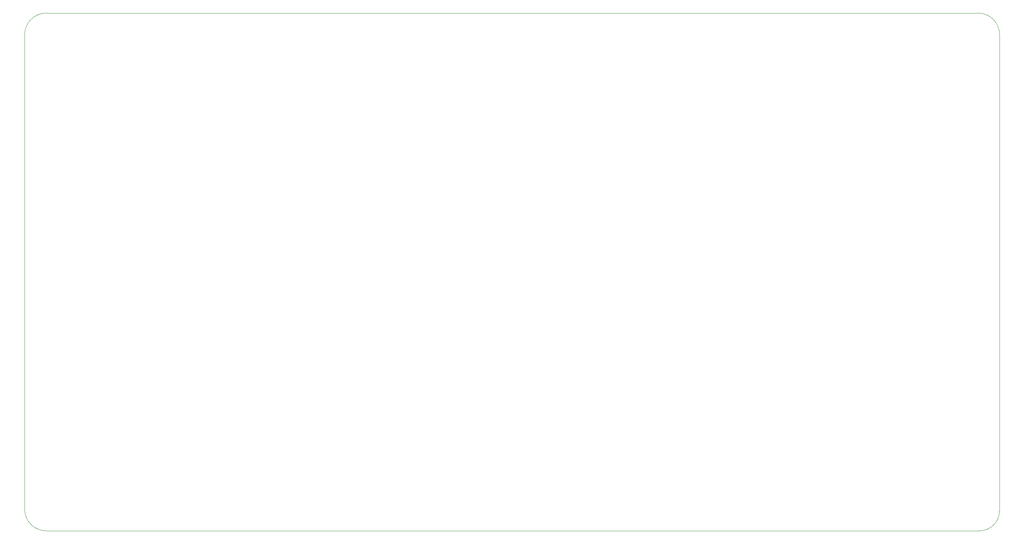
<source format=gbr>
%TF.GenerationSoftware,KiCad,Pcbnew,7.0.1-0*%
%TF.CreationDate,2023-05-06T12:03:47+02:00*%
%TF.ProjectId,video_patch_bay,76696465-6f5f-4706-9174-63685f626179,rev?*%
%TF.SameCoordinates,Original*%
%TF.FileFunction,Profile,NP*%
%FSLAX46Y46*%
G04 Gerber Fmt 4.6, Leading zero omitted, Abs format (unit mm)*
G04 Created by KiCad (PCBNEW 7.0.1-0) date 2023-05-06 12:03:47*
%MOMM*%
%LPD*%
G01*
G04 APERTURE LIST*
%TA.AperFunction,Profile*%
%ADD10C,0.100000*%
%TD*%
G04 APERTURE END LIST*
D10*
X36100000Y-13000241D02*
G75*
G03*
X31000001Y-18000000I-50120J-5049879D01*
G01*
X31000000Y-128019994D02*
G75*
G03*
X36100000Y-133000000I5040000J59994D01*
G01*
X256700000Y-18034000D02*
G75*
G03*
X251794000Y-13000000I-4970000J64000D01*
G01*
X251800000Y-13000000D02*
X36100000Y-13000000D01*
X31000000Y-18000000D02*
X31000000Y-128016000D01*
X256700000Y-128400000D02*
X256700000Y-18034000D01*
X36100000Y-133000000D02*
X252017299Y-133000000D01*
X252017299Y-132999998D02*
G75*
G03*
X256699999Y-128400000I41401J4641298D01*
G01*
M02*

</source>
